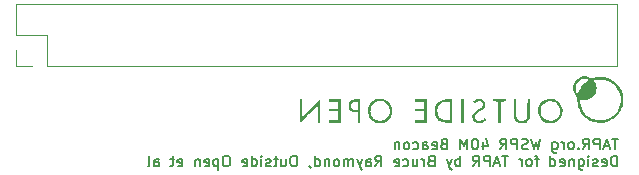
<source format=gbr>
%TF.GenerationSoftware,KiCad,Pcbnew,(6.0.1)*%
%TF.CreationDate,2022-10-10T15:56:49-07:00*%
%TF.ProjectId,WSPR40,57535052-3430-42e6-9b69-6361645f7063,rev?*%
%TF.SameCoordinates,Original*%
%TF.FileFunction,Legend,Bot*%
%TF.FilePolarity,Positive*%
%FSLAX46Y46*%
G04 Gerber Fmt 4.6, Leading zero omitted, Abs format (unit mm)*
G04 Created by KiCad (PCBNEW (6.0.1)) date 2022-10-10 15:56:49*
%MOMM*%
%LPD*%
G01*
G04 APERTURE LIST*
%ADD10C,0.150000*%
%ADD11C,0.120000*%
G04 APERTURE END LIST*
D10*
X108066785Y-62282642D02*
X107552500Y-62282642D01*
X107809642Y-63182642D02*
X107809642Y-62282642D01*
X107295357Y-62925500D02*
X106866785Y-62925500D01*
X107381071Y-63182642D02*
X107081071Y-62282642D01*
X106781071Y-63182642D01*
X106481071Y-63182642D02*
X106481071Y-62282642D01*
X106138214Y-62282642D01*
X106052500Y-62325500D01*
X106009642Y-62368357D01*
X105966785Y-62454071D01*
X105966785Y-62582642D01*
X106009642Y-62668357D01*
X106052500Y-62711214D01*
X106138214Y-62754071D01*
X106481071Y-62754071D01*
X105066785Y-63182642D02*
X105366785Y-62754071D01*
X105581071Y-63182642D02*
X105581071Y-62282642D01*
X105238214Y-62282642D01*
X105152500Y-62325500D01*
X105109642Y-62368357D01*
X105066785Y-62454071D01*
X105066785Y-62582642D01*
X105109642Y-62668357D01*
X105152500Y-62711214D01*
X105238214Y-62754071D01*
X105581071Y-62754071D01*
X104681071Y-63096928D02*
X104638214Y-63139785D01*
X104681071Y-63182642D01*
X104723928Y-63139785D01*
X104681071Y-63096928D01*
X104681071Y-63182642D01*
X104123928Y-63182642D02*
X104209642Y-63139785D01*
X104252500Y-63096928D01*
X104295357Y-63011214D01*
X104295357Y-62754071D01*
X104252500Y-62668357D01*
X104209642Y-62625500D01*
X104123928Y-62582642D01*
X103995357Y-62582642D01*
X103909642Y-62625500D01*
X103866785Y-62668357D01*
X103823928Y-62754071D01*
X103823928Y-63011214D01*
X103866785Y-63096928D01*
X103909642Y-63139785D01*
X103995357Y-63182642D01*
X104123928Y-63182642D01*
X103438214Y-63182642D02*
X103438214Y-62582642D01*
X103438214Y-62754071D02*
X103395357Y-62668357D01*
X103352500Y-62625500D01*
X103266785Y-62582642D01*
X103181071Y-62582642D01*
X102495357Y-62582642D02*
X102495357Y-63311214D01*
X102538214Y-63396928D01*
X102581071Y-63439785D01*
X102666785Y-63482642D01*
X102795357Y-63482642D01*
X102881071Y-63439785D01*
X102495357Y-63139785D02*
X102581071Y-63182642D01*
X102752500Y-63182642D01*
X102838214Y-63139785D01*
X102881071Y-63096928D01*
X102923928Y-63011214D01*
X102923928Y-62754071D01*
X102881071Y-62668357D01*
X102838214Y-62625500D01*
X102752500Y-62582642D01*
X102581071Y-62582642D01*
X102495357Y-62625500D01*
X101466785Y-62282642D02*
X101252500Y-63182642D01*
X101081071Y-62539785D01*
X100909642Y-63182642D01*
X100695357Y-62282642D01*
X100395357Y-63139785D02*
X100266785Y-63182642D01*
X100052500Y-63182642D01*
X99966785Y-63139785D01*
X99923928Y-63096928D01*
X99881071Y-63011214D01*
X99881071Y-62925500D01*
X99923928Y-62839785D01*
X99966785Y-62796928D01*
X100052500Y-62754071D01*
X100223928Y-62711214D01*
X100309642Y-62668357D01*
X100352500Y-62625500D01*
X100395357Y-62539785D01*
X100395357Y-62454071D01*
X100352500Y-62368357D01*
X100309642Y-62325500D01*
X100223928Y-62282642D01*
X100009642Y-62282642D01*
X99881071Y-62325500D01*
X99495357Y-63182642D02*
X99495357Y-62282642D01*
X99152500Y-62282642D01*
X99066785Y-62325500D01*
X99023928Y-62368357D01*
X98981071Y-62454071D01*
X98981071Y-62582642D01*
X99023928Y-62668357D01*
X99066785Y-62711214D01*
X99152500Y-62754071D01*
X99495357Y-62754071D01*
X98081071Y-63182642D02*
X98381071Y-62754071D01*
X98595357Y-63182642D02*
X98595357Y-62282642D01*
X98252500Y-62282642D01*
X98166785Y-62325500D01*
X98123928Y-62368357D01*
X98081071Y-62454071D01*
X98081071Y-62582642D01*
X98123928Y-62668357D01*
X98166785Y-62711214D01*
X98252500Y-62754071D01*
X98595357Y-62754071D01*
X96623928Y-62582642D02*
X96623928Y-63182642D01*
X96838214Y-62239785D02*
X97052500Y-62882642D01*
X96495357Y-62882642D01*
X95981071Y-62282642D02*
X95895357Y-62282642D01*
X95809642Y-62325500D01*
X95766785Y-62368357D01*
X95723928Y-62454071D01*
X95681071Y-62625500D01*
X95681071Y-62839785D01*
X95723928Y-63011214D01*
X95766785Y-63096928D01*
X95809642Y-63139785D01*
X95895357Y-63182642D01*
X95981071Y-63182642D01*
X96066785Y-63139785D01*
X96109642Y-63096928D01*
X96152500Y-63011214D01*
X96195357Y-62839785D01*
X96195357Y-62625500D01*
X96152500Y-62454071D01*
X96109642Y-62368357D01*
X96066785Y-62325500D01*
X95981071Y-62282642D01*
X95295357Y-63182642D02*
X95295357Y-62282642D01*
X94995357Y-62925500D01*
X94695357Y-62282642D01*
X94695357Y-63182642D01*
X93281071Y-62711214D02*
X93152500Y-62754071D01*
X93109642Y-62796928D01*
X93066785Y-62882642D01*
X93066785Y-63011214D01*
X93109642Y-63096928D01*
X93152500Y-63139785D01*
X93238214Y-63182642D01*
X93581071Y-63182642D01*
X93581071Y-62282642D01*
X93281071Y-62282642D01*
X93195357Y-62325500D01*
X93152500Y-62368357D01*
X93109642Y-62454071D01*
X93109642Y-62539785D01*
X93152500Y-62625500D01*
X93195357Y-62668357D01*
X93281071Y-62711214D01*
X93581071Y-62711214D01*
X92338214Y-63139785D02*
X92423928Y-63182642D01*
X92595357Y-63182642D01*
X92681071Y-63139785D01*
X92723928Y-63054071D01*
X92723928Y-62711214D01*
X92681071Y-62625500D01*
X92595357Y-62582642D01*
X92423928Y-62582642D01*
X92338214Y-62625500D01*
X92295357Y-62711214D01*
X92295357Y-62796928D01*
X92723928Y-62882642D01*
X91523928Y-63182642D02*
X91523928Y-62711214D01*
X91566785Y-62625500D01*
X91652500Y-62582642D01*
X91823928Y-62582642D01*
X91909642Y-62625500D01*
X91523928Y-63139785D02*
X91609642Y-63182642D01*
X91823928Y-63182642D01*
X91909642Y-63139785D01*
X91952500Y-63054071D01*
X91952500Y-62968357D01*
X91909642Y-62882642D01*
X91823928Y-62839785D01*
X91609642Y-62839785D01*
X91523928Y-62796928D01*
X90709642Y-63139785D02*
X90795357Y-63182642D01*
X90966785Y-63182642D01*
X91052500Y-63139785D01*
X91095357Y-63096928D01*
X91138214Y-63011214D01*
X91138214Y-62754071D01*
X91095357Y-62668357D01*
X91052500Y-62625500D01*
X90966785Y-62582642D01*
X90795357Y-62582642D01*
X90709642Y-62625500D01*
X90195357Y-63182642D02*
X90281071Y-63139785D01*
X90323928Y-63096928D01*
X90366785Y-63011214D01*
X90366785Y-62754071D01*
X90323928Y-62668357D01*
X90281071Y-62625500D01*
X90195357Y-62582642D01*
X90066785Y-62582642D01*
X89981071Y-62625500D01*
X89938214Y-62668357D01*
X89895357Y-62754071D01*
X89895357Y-63011214D01*
X89938214Y-63096928D01*
X89981071Y-63139785D01*
X90066785Y-63182642D01*
X90195357Y-63182642D01*
X89509642Y-62582642D02*
X89509642Y-63182642D01*
X89509642Y-62668357D02*
X89466785Y-62625500D01*
X89381071Y-62582642D01*
X89252500Y-62582642D01*
X89166785Y-62625500D01*
X89123928Y-62711214D01*
X89123928Y-63182642D01*
X107938214Y-64631642D02*
X107938214Y-63731642D01*
X107723928Y-63731642D01*
X107595357Y-63774500D01*
X107509642Y-63860214D01*
X107466785Y-63945928D01*
X107423928Y-64117357D01*
X107423928Y-64245928D01*
X107466785Y-64417357D01*
X107509642Y-64503071D01*
X107595357Y-64588785D01*
X107723928Y-64631642D01*
X107938214Y-64631642D01*
X106695357Y-64588785D02*
X106781071Y-64631642D01*
X106952500Y-64631642D01*
X107038214Y-64588785D01*
X107081071Y-64503071D01*
X107081071Y-64160214D01*
X107038214Y-64074500D01*
X106952500Y-64031642D01*
X106781071Y-64031642D01*
X106695357Y-64074500D01*
X106652500Y-64160214D01*
X106652500Y-64245928D01*
X107081071Y-64331642D01*
X106309642Y-64588785D02*
X106223928Y-64631642D01*
X106052500Y-64631642D01*
X105966785Y-64588785D01*
X105923928Y-64503071D01*
X105923928Y-64460214D01*
X105966785Y-64374500D01*
X106052500Y-64331642D01*
X106181071Y-64331642D01*
X106266785Y-64288785D01*
X106309642Y-64203071D01*
X106309642Y-64160214D01*
X106266785Y-64074500D01*
X106181071Y-64031642D01*
X106052500Y-64031642D01*
X105966785Y-64074500D01*
X105538214Y-64631642D02*
X105538214Y-64031642D01*
X105538214Y-63731642D02*
X105581071Y-63774500D01*
X105538214Y-63817357D01*
X105495357Y-63774500D01*
X105538214Y-63731642D01*
X105538214Y-63817357D01*
X104723928Y-64031642D02*
X104723928Y-64760214D01*
X104766785Y-64845928D01*
X104809642Y-64888785D01*
X104895357Y-64931642D01*
X105023928Y-64931642D01*
X105109642Y-64888785D01*
X104723928Y-64588785D02*
X104809642Y-64631642D01*
X104981071Y-64631642D01*
X105066785Y-64588785D01*
X105109642Y-64545928D01*
X105152500Y-64460214D01*
X105152500Y-64203071D01*
X105109642Y-64117357D01*
X105066785Y-64074500D01*
X104981071Y-64031642D01*
X104809642Y-64031642D01*
X104723928Y-64074500D01*
X104295357Y-64031642D02*
X104295357Y-64631642D01*
X104295357Y-64117357D02*
X104252500Y-64074500D01*
X104166785Y-64031642D01*
X104038214Y-64031642D01*
X103952500Y-64074500D01*
X103909642Y-64160214D01*
X103909642Y-64631642D01*
X103138214Y-64588785D02*
X103223928Y-64631642D01*
X103395357Y-64631642D01*
X103481071Y-64588785D01*
X103523928Y-64503071D01*
X103523928Y-64160214D01*
X103481071Y-64074500D01*
X103395357Y-64031642D01*
X103223928Y-64031642D01*
X103138214Y-64074500D01*
X103095357Y-64160214D01*
X103095357Y-64245928D01*
X103523928Y-64331642D01*
X102323928Y-64631642D02*
X102323928Y-63731642D01*
X102323928Y-64588785D02*
X102409642Y-64631642D01*
X102581071Y-64631642D01*
X102666785Y-64588785D01*
X102709642Y-64545928D01*
X102752500Y-64460214D01*
X102752500Y-64203071D01*
X102709642Y-64117357D01*
X102666785Y-64074500D01*
X102581071Y-64031642D01*
X102409642Y-64031642D01*
X102323928Y-64074500D01*
X101338214Y-64031642D02*
X100995357Y-64031642D01*
X101209642Y-64631642D02*
X101209642Y-63860214D01*
X101166785Y-63774500D01*
X101081071Y-63731642D01*
X100995357Y-63731642D01*
X100566785Y-64631642D02*
X100652500Y-64588785D01*
X100695357Y-64545928D01*
X100738214Y-64460214D01*
X100738214Y-64203071D01*
X100695357Y-64117357D01*
X100652500Y-64074500D01*
X100566785Y-64031642D01*
X100438214Y-64031642D01*
X100352500Y-64074500D01*
X100309642Y-64117357D01*
X100266785Y-64203071D01*
X100266785Y-64460214D01*
X100309642Y-64545928D01*
X100352500Y-64588785D01*
X100438214Y-64631642D01*
X100566785Y-64631642D01*
X99881071Y-64631642D02*
X99881071Y-64031642D01*
X99881071Y-64203071D02*
X99838214Y-64117357D01*
X99795357Y-64074500D01*
X99709642Y-64031642D01*
X99623928Y-64031642D01*
X98766785Y-63731642D02*
X98252500Y-63731642D01*
X98509642Y-64631642D02*
X98509642Y-63731642D01*
X97995357Y-64374500D02*
X97566785Y-64374500D01*
X98081071Y-64631642D02*
X97781071Y-63731642D01*
X97481071Y-64631642D01*
X97181071Y-64631642D02*
X97181071Y-63731642D01*
X96838214Y-63731642D01*
X96752500Y-63774500D01*
X96709642Y-63817357D01*
X96666785Y-63903071D01*
X96666785Y-64031642D01*
X96709642Y-64117357D01*
X96752500Y-64160214D01*
X96838214Y-64203071D01*
X97181071Y-64203071D01*
X95766785Y-64631642D02*
X96066785Y-64203071D01*
X96281071Y-64631642D02*
X96281071Y-63731642D01*
X95938214Y-63731642D01*
X95852500Y-63774500D01*
X95809642Y-63817357D01*
X95766785Y-63903071D01*
X95766785Y-64031642D01*
X95809642Y-64117357D01*
X95852500Y-64160214D01*
X95938214Y-64203071D01*
X96281071Y-64203071D01*
X94695357Y-64631642D02*
X94695357Y-63731642D01*
X94695357Y-64074500D02*
X94609642Y-64031642D01*
X94438214Y-64031642D01*
X94352499Y-64074500D01*
X94309642Y-64117357D01*
X94266785Y-64203071D01*
X94266785Y-64460214D01*
X94309642Y-64545928D01*
X94352499Y-64588785D01*
X94438214Y-64631642D01*
X94609642Y-64631642D01*
X94695357Y-64588785D01*
X93966785Y-64031642D02*
X93752500Y-64631642D01*
X93538214Y-64031642D02*
X93752500Y-64631642D01*
X93838214Y-64845928D01*
X93881071Y-64888785D01*
X93966785Y-64931642D01*
X92209642Y-64160214D02*
X92081071Y-64203071D01*
X92038214Y-64245928D01*
X91995357Y-64331642D01*
X91995357Y-64460214D01*
X92038214Y-64545928D01*
X92081071Y-64588785D01*
X92166785Y-64631642D01*
X92509642Y-64631642D01*
X92509642Y-63731642D01*
X92209642Y-63731642D01*
X92123928Y-63774500D01*
X92081071Y-63817357D01*
X92038214Y-63903071D01*
X92038214Y-63988785D01*
X92081071Y-64074500D01*
X92123928Y-64117357D01*
X92209642Y-64160214D01*
X92509642Y-64160214D01*
X91609642Y-64631642D02*
X91609642Y-64031642D01*
X91609642Y-64203071D02*
X91566785Y-64117357D01*
X91523928Y-64074500D01*
X91438214Y-64031642D01*
X91352499Y-64031642D01*
X90666785Y-64031642D02*
X90666785Y-64631642D01*
X91052499Y-64031642D02*
X91052499Y-64503071D01*
X91009642Y-64588785D01*
X90923928Y-64631642D01*
X90795357Y-64631642D01*
X90709642Y-64588785D01*
X90666785Y-64545928D01*
X89852499Y-64588785D02*
X89938214Y-64631642D01*
X90109642Y-64631642D01*
X90195357Y-64588785D01*
X90238214Y-64545928D01*
X90281071Y-64460214D01*
X90281071Y-64203071D01*
X90238214Y-64117357D01*
X90195357Y-64074500D01*
X90109642Y-64031642D01*
X89938214Y-64031642D01*
X89852499Y-64074500D01*
X89123928Y-64588785D02*
X89209642Y-64631642D01*
X89381071Y-64631642D01*
X89466785Y-64588785D01*
X89509642Y-64503071D01*
X89509642Y-64160214D01*
X89466785Y-64074500D01*
X89381071Y-64031642D01*
X89209642Y-64031642D01*
X89123928Y-64074500D01*
X89081071Y-64160214D01*
X89081071Y-64245928D01*
X89509642Y-64331642D01*
X87495357Y-64631642D02*
X87795357Y-64203071D01*
X88009642Y-64631642D02*
X88009642Y-63731642D01*
X87666785Y-63731642D01*
X87581071Y-63774500D01*
X87538214Y-63817357D01*
X87495357Y-63903071D01*
X87495357Y-64031642D01*
X87538214Y-64117357D01*
X87581071Y-64160214D01*
X87666785Y-64203071D01*
X88009642Y-64203071D01*
X86723928Y-64631642D02*
X86723928Y-64160214D01*
X86766785Y-64074500D01*
X86852499Y-64031642D01*
X87023928Y-64031642D01*
X87109642Y-64074500D01*
X86723928Y-64588785D02*
X86809642Y-64631642D01*
X87023928Y-64631642D01*
X87109642Y-64588785D01*
X87152499Y-64503071D01*
X87152499Y-64417357D01*
X87109642Y-64331642D01*
X87023928Y-64288785D01*
X86809642Y-64288785D01*
X86723928Y-64245928D01*
X86381071Y-64031642D02*
X86166785Y-64631642D01*
X85952499Y-64031642D02*
X86166785Y-64631642D01*
X86252499Y-64845928D01*
X86295357Y-64888785D01*
X86381071Y-64931642D01*
X85609642Y-64631642D02*
X85609642Y-64031642D01*
X85609642Y-64117357D02*
X85566785Y-64074500D01*
X85481071Y-64031642D01*
X85352499Y-64031642D01*
X85266785Y-64074500D01*
X85223928Y-64160214D01*
X85223928Y-64631642D01*
X85223928Y-64160214D02*
X85181071Y-64074500D01*
X85095357Y-64031642D01*
X84966785Y-64031642D01*
X84881071Y-64074500D01*
X84838214Y-64160214D01*
X84838214Y-64631642D01*
X84281071Y-64631642D02*
X84366785Y-64588785D01*
X84409642Y-64545928D01*
X84452499Y-64460214D01*
X84452499Y-64203071D01*
X84409642Y-64117357D01*
X84366785Y-64074500D01*
X84281071Y-64031642D01*
X84152499Y-64031642D01*
X84066785Y-64074500D01*
X84023928Y-64117357D01*
X83981071Y-64203071D01*
X83981071Y-64460214D01*
X84023928Y-64545928D01*
X84066785Y-64588785D01*
X84152499Y-64631642D01*
X84281071Y-64631642D01*
X83595357Y-64031642D02*
X83595357Y-64631642D01*
X83595357Y-64117357D02*
X83552499Y-64074500D01*
X83466785Y-64031642D01*
X83338214Y-64031642D01*
X83252499Y-64074500D01*
X83209642Y-64160214D01*
X83209642Y-64631642D01*
X82395357Y-64631642D02*
X82395357Y-63731642D01*
X82395357Y-64588785D02*
X82481071Y-64631642D01*
X82652499Y-64631642D01*
X82738214Y-64588785D01*
X82781071Y-64545928D01*
X82823928Y-64460214D01*
X82823928Y-64203071D01*
X82781071Y-64117357D01*
X82738214Y-64074500D01*
X82652499Y-64031642D01*
X82481071Y-64031642D01*
X82395357Y-64074500D01*
X81923928Y-64588785D02*
X81923928Y-64631642D01*
X81966785Y-64717357D01*
X82009642Y-64760214D01*
X80681071Y-63731642D02*
X80509642Y-63731642D01*
X80423928Y-63774500D01*
X80338214Y-63860214D01*
X80295357Y-64031642D01*
X80295357Y-64331642D01*
X80338214Y-64503071D01*
X80423928Y-64588785D01*
X80509642Y-64631642D01*
X80681071Y-64631642D01*
X80766785Y-64588785D01*
X80852499Y-64503071D01*
X80895357Y-64331642D01*
X80895357Y-64031642D01*
X80852499Y-63860214D01*
X80766785Y-63774500D01*
X80681071Y-63731642D01*
X79523928Y-64031642D02*
X79523928Y-64631642D01*
X79909642Y-64031642D02*
X79909642Y-64503071D01*
X79866785Y-64588785D01*
X79781071Y-64631642D01*
X79652499Y-64631642D01*
X79566785Y-64588785D01*
X79523928Y-64545928D01*
X79223928Y-64031642D02*
X78881071Y-64031642D01*
X79095357Y-63731642D02*
X79095357Y-64503071D01*
X79052499Y-64588785D01*
X78966785Y-64631642D01*
X78881071Y-64631642D01*
X78623928Y-64588785D02*
X78538214Y-64631642D01*
X78366785Y-64631642D01*
X78281071Y-64588785D01*
X78238214Y-64503071D01*
X78238214Y-64460214D01*
X78281071Y-64374500D01*
X78366785Y-64331642D01*
X78495357Y-64331642D01*
X78581071Y-64288785D01*
X78623928Y-64203071D01*
X78623928Y-64160214D01*
X78581071Y-64074500D01*
X78495357Y-64031642D01*
X78366785Y-64031642D01*
X78281071Y-64074500D01*
X77852499Y-64631642D02*
X77852499Y-64031642D01*
X77852499Y-63731642D02*
X77895357Y-63774500D01*
X77852499Y-63817357D01*
X77809642Y-63774500D01*
X77852499Y-63731642D01*
X77852499Y-63817357D01*
X77038214Y-64631642D02*
X77038214Y-63731642D01*
X77038214Y-64588785D02*
X77123928Y-64631642D01*
X77295357Y-64631642D01*
X77381071Y-64588785D01*
X77423928Y-64545928D01*
X77466785Y-64460214D01*
X77466785Y-64203071D01*
X77423928Y-64117357D01*
X77381071Y-64074500D01*
X77295357Y-64031642D01*
X77123928Y-64031642D01*
X77038214Y-64074500D01*
X76266785Y-64588785D02*
X76352499Y-64631642D01*
X76523928Y-64631642D01*
X76609642Y-64588785D01*
X76652499Y-64503071D01*
X76652499Y-64160214D01*
X76609642Y-64074500D01*
X76523928Y-64031642D01*
X76352499Y-64031642D01*
X76266785Y-64074500D01*
X76223928Y-64160214D01*
X76223928Y-64245928D01*
X76652499Y-64331642D01*
X74981071Y-63731642D02*
X74809642Y-63731642D01*
X74723928Y-63774500D01*
X74638214Y-63860214D01*
X74595357Y-64031642D01*
X74595357Y-64331642D01*
X74638214Y-64503071D01*
X74723928Y-64588785D01*
X74809642Y-64631642D01*
X74981071Y-64631642D01*
X75066785Y-64588785D01*
X75152499Y-64503071D01*
X75195357Y-64331642D01*
X75195357Y-64031642D01*
X75152499Y-63860214D01*
X75066785Y-63774500D01*
X74981071Y-63731642D01*
X74209642Y-64031642D02*
X74209642Y-64931642D01*
X74209642Y-64074500D02*
X74123928Y-64031642D01*
X73952499Y-64031642D01*
X73866785Y-64074500D01*
X73823928Y-64117357D01*
X73781071Y-64203071D01*
X73781071Y-64460214D01*
X73823928Y-64545928D01*
X73866785Y-64588785D01*
X73952499Y-64631642D01*
X74123928Y-64631642D01*
X74209642Y-64588785D01*
X73052499Y-64588785D02*
X73138214Y-64631642D01*
X73309642Y-64631642D01*
X73395357Y-64588785D01*
X73438214Y-64503071D01*
X73438214Y-64160214D01*
X73395357Y-64074500D01*
X73309642Y-64031642D01*
X73138214Y-64031642D01*
X73052499Y-64074500D01*
X73009642Y-64160214D01*
X73009642Y-64245928D01*
X73438214Y-64331642D01*
X72623928Y-64031642D02*
X72623928Y-64631642D01*
X72623928Y-64117357D02*
X72581071Y-64074500D01*
X72495357Y-64031642D01*
X72366785Y-64031642D01*
X72281071Y-64074500D01*
X72238214Y-64160214D01*
X72238214Y-64631642D01*
X70781071Y-64588785D02*
X70866785Y-64631642D01*
X71038214Y-64631642D01*
X71123928Y-64588785D01*
X71166785Y-64503071D01*
X71166785Y-64160214D01*
X71123928Y-64074500D01*
X71038214Y-64031642D01*
X70866785Y-64031642D01*
X70781071Y-64074500D01*
X70738214Y-64160214D01*
X70738214Y-64245928D01*
X71166785Y-64331642D01*
X70481071Y-64031642D02*
X70138214Y-64031642D01*
X70352499Y-63731642D02*
X70352499Y-64503071D01*
X70309642Y-64588785D01*
X70223928Y-64631642D01*
X70138214Y-64631642D01*
X68766785Y-64631642D02*
X68766785Y-64160214D01*
X68809642Y-64074500D01*
X68895357Y-64031642D01*
X69066785Y-64031642D01*
X69152499Y-64074500D01*
X68766785Y-64588785D02*
X68852499Y-64631642D01*
X69066785Y-64631642D01*
X69152499Y-64588785D01*
X69195357Y-64503071D01*
X69195357Y-64417357D01*
X69152499Y-64331642D01*
X69066785Y-64288785D01*
X68852499Y-64288785D01*
X68766785Y-64245928D01*
X68209642Y-64631642D02*
X68295357Y-64588785D01*
X68338214Y-64503071D01*
X68338214Y-63731642D01*
%TO.C,G\u002A\u002A\u002A*%
G36*
X82837322Y-59921602D02*
G01*
X82838423Y-60939094D01*
X82625336Y-60939094D01*
X82623376Y-59415520D01*
X81864883Y-60187961D01*
X81823236Y-60230362D01*
X81677938Y-60378104D01*
X81542604Y-60515428D01*
X81420073Y-60639474D01*
X81313181Y-60747380D01*
X81224766Y-60836286D01*
X81157664Y-60903333D01*
X81114713Y-60945658D01*
X81098749Y-60960402D01*
X81098730Y-60960399D01*
X81097198Y-60939276D01*
X81095770Y-60879724D01*
X81094475Y-60785880D01*
X81093346Y-60661881D01*
X81092414Y-60511863D01*
X81091709Y-60339964D01*
X81091263Y-60150321D01*
X81091108Y-59947070D01*
X81091108Y-58933738D01*
X81192324Y-58940233D01*
X81293541Y-58946728D01*
X81299144Y-59701193D01*
X81304748Y-60455658D01*
X82836220Y-58904110D01*
X82837322Y-59921602D01*
G37*
G36*
X103312665Y-60241250D02*
G01*
X103236483Y-60426539D01*
X103125791Y-60592370D01*
X102984280Y-60734480D01*
X102815644Y-60848605D01*
X102623574Y-60930481D01*
X102565037Y-60943284D01*
X102463635Y-60953761D01*
X102344918Y-60957744D01*
X102222774Y-60955227D01*
X102111085Y-60946207D01*
X102023738Y-60930678D01*
X101982698Y-60918791D01*
X101803433Y-60841997D01*
X101647536Y-60734224D01*
X101516782Y-60600403D01*
X101412945Y-60445467D01*
X101337800Y-60274345D01*
X101293120Y-60091970D01*
X101285554Y-59977220D01*
X101499228Y-59977220D01*
X101509781Y-60107366D01*
X101535095Y-60214597D01*
X101552951Y-60259505D01*
X101641870Y-60416652D01*
X101760628Y-60551417D01*
X101902756Y-60657487D01*
X102061784Y-60728550D01*
X102109001Y-60741885D01*
X102294737Y-60768580D01*
X102475922Y-60754996D01*
X102647524Y-60702519D01*
X102804505Y-60612535D01*
X102941833Y-60486427D01*
X102955048Y-60471085D01*
X103038707Y-60355498D01*
X103093429Y-60235861D01*
X103123281Y-60100461D01*
X103132328Y-59937584D01*
X103131430Y-59880499D01*
X103116237Y-59727456D01*
X103078937Y-59598264D01*
X103015220Y-59481247D01*
X102920772Y-59364727D01*
X102850609Y-59296198D01*
X102713725Y-59200674D01*
X102559401Y-59140460D01*
X102380634Y-59112282D01*
X102229928Y-59114305D01*
X102050059Y-59151917D01*
X101887329Y-59226387D01*
X101745780Y-59335145D01*
X101629452Y-59475621D01*
X101542388Y-59645245D01*
X101521537Y-59716118D01*
X101503220Y-59841143D01*
X101499228Y-59977220D01*
X101285554Y-59977220D01*
X101280679Y-59903274D01*
X101302252Y-59713187D01*
X101359613Y-59526641D01*
X101454536Y-59348567D01*
X101559179Y-59220665D01*
X101708440Y-59095700D01*
X101887139Y-58992878D01*
X101935077Y-58971284D01*
X101998271Y-58948263D01*
X102063908Y-58933623D01*
X102145381Y-58924675D01*
X102256079Y-58918725D01*
X102291750Y-58917509D01*
X102469572Y-58921490D01*
X102620773Y-58945405D01*
X102755874Y-58991661D01*
X102885398Y-59062665D01*
X103022536Y-59168397D01*
X103157618Y-59319175D01*
X103259336Y-59492162D01*
X103325663Y-59682774D01*
X103354569Y-59886427D01*
X103352026Y-59937584D01*
X103344024Y-60098538D01*
X103312665Y-60241250D01*
G37*
G36*
X88903710Y-60203943D02*
G01*
X88897953Y-60224585D01*
X88822673Y-60412486D01*
X88713781Y-60581135D01*
X88576194Y-60725278D01*
X88414829Y-60839659D01*
X88234603Y-60919024D01*
X88216884Y-60924372D01*
X88079975Y-60950057D01*
X87906471Y-60959256D01*
X87787729Y-60955568D01*
X87597273Y-60926006D01*
X87428332Y-60864431D01*
X87273745Y-60767852D01*
X87126349Y-60633276D01*
X87112388Y-60618267D01*
X87000582Y-60472290D01*
X86923949Y-60314566D01*
X86879882Y-60138116D01*
X86865885Y-59937584D01*
X87089514Y-59937584D01*
X87089566Y-59974349D01*
X87091013Y-60072601D01*
X87095855Y-60142964D01*
X87105963Y-60196750D01*
X87123211Y-60245269D01*
X87149469Y-60299832D01*
X87196152Y-60378799D01*
X87300448Y-60507992D01*
X87424342Y-60617677D01*
X87556077Y-60696390D01*
X87563358Y-60699603D01*
X87694043Y-60740287D01*
X87843106Y-60761635D01*
X87992578Y-60762246D01*
X88124492Y-60740717D01*
X88129095Y-60739401D01*
X88289336Y-60671728D01*
X88434914Y-60568667D01*
X88558380Y-60436686D01*
X88652287Y-60282255D01*
X88672186Y-60237512D01*
X88691455Y-60181387D01*
X88702599Y-60121264D01*
X88707735Y-60044284D01*
X88708977Y-59937584D01*
X88708378Y-59856687D01*
X88704537Y-59772919D01*
X88695265Y-59709491D01*
X88678436Y-59653518D01*
X88651921Y-59592112D01*
X88556716Y-59428946D01*
X88436281Y-59296738D01*
X88291982Y-59199481D01*
X88122987Y-59136460D01*
X88073928Y-59125414D01*
X87886480Y-59108865D01*
X87705630Y-59131975D01*
X87536440Y-59192459D01*
X87383975Y-59288035D01*
X87253297Y-59416422D01*
X87149469Y-59575335D01*
X87140498Y-59593083D01*
X87117152Y-59644635D01*
X87102252Y-59693550D01*
X87093927Y-59751139D01*
X87090305Y-59828713D01*
X87089514Y-59937584D01*
X86865885Y-59937584D01*
X86865772Y-59935960D01*
X86865806Y-59926600D01*
X86886559Y-59712078D01*
X86944813Y-59516030D01*
X87039419Y-59340608D01*
X87169228Y-59187963D01*
X87333094Y-59060246D01*
X87401372Y-59021690D01*
X87570357Y-58956964D01*
X87755579Y-58920961D01*
X87947467Y-58913654D01*
X88136451Y-58935013D01*
X88312962Y-58985010D01*
X88467430Y-59063617D01*
X88508809Y-59093149D01*
X88622224Y-59192612D01*
X88728076Y-59309290D01*
X88810575Y-59426486D01*
X88863518Y-59540501D01*
X88908012Y-59700447D01*
X88930635Y-59873459D01*
X88930305Y-59937584D01*
X88929748Y-60045852D01*
X88903710Y-60203943D01*
G37*
G36*
X100584249Y-59717961D02*
G01*
X100583788Y-59774907D01*
X100582102Y-59968364D01*
X100580336Y-60125049D01*
X100578200Y-60249596D01*
X100575406Y-60346644D01*
X100571666Y-60420829D01*
X100566692Y-60476788D01*
X100560194Y-60519158D01*
X100551884Y-60552574D01*
X100541474Y-60581675D01*
X100528675Y-60611097D01*
X100449636Y-60739667D01*
X100341681Y-60845433D01*
X100214156Y-60918543D01*
X100193567Y-60926436D01*
X100136456Y-60943232D01*
X100072113Y-60952714D01*
X99988792Y-60956134D01*
X99874749Y-60954746D01*
X99865625Y-60954511D01*
X99761276Y-60950742D01*
X99686906Y-60944321D01*
X99630741Y-60932923D01*
X99581004Y-60914224D01*
X99525919Y-60885899D01*
X99469144Y-60851561D01*
X99383291Y-60778996D01*
X99317365Y-60686641D01*
X99262044Y-60563092D01*
X99252682Y-60537049D01*
X99242127Y-60502664D01*
X99233781Y-60464845D01*
X99227378Y-60418694D01*
X99222654Y-60359313D01*
X99219343Y-60281804D01*
X99217179Y-60181270D01*
X99215900Y-60052812D01*
X99215238Y-59891532D01*
X99214929Y-59692533D01*
X99214178Y-58946728D01*
X99313910Y-58940294D01*
X99413641Y-58933860D01*
X99420453Y-59675445D01*
X99421616Y-59798029D01*
X99423560Y-59973476D01*
X99425736Y-60113866D01*
X99428436Y-60223946D01*
X99431951Y-60308459D01*
X99436574Y-60372152D01*
X99442595Y-60419769D01*
X99450306Y-60456057D01*
X99460000Y-60485759D01*
X99471967Y-60513623D01*
X99537343Y-60618281D01*
X99634209Y-60701785D01*
X99757237Y-60751764D01*
X99906712Y-60768386D01*
X100008879Y-60760705D01*
X100141825Y-60721370D01*
X100249192Y-60649895D01*
X100328324Y-60547671D01*
X100337535Y-60527243D01*
X100345721Y-60498003D01*
X100352428Y-60456836D01*
X100357904Y-60399357D01*
X100362397Y-60321182D01*
X100366156Y-60217928D01*
X100369427Y-60085209D01*
X100372461Y-59918642D01*
X100375504Y-59713842D01*
X100386158Y-58946728D01*
X100590562Y-58933658D01*
X100584249Y-59717961D01*
G37*
G36*
X86013423Y-60939094D02*
G01*
X86013423Y-60050038D01*
X85826000Y-60039352D01*
X85769138Y-60034873D01*
X85595822Y-60002218D01*
X85455289Y-59943050D01*
X85347980Y-59857804D01*
X85274335Y-59746917D01*
X85234796Y-59610823D01*
X85231269Y-59497202D01*
X85438088Y-59497202D01*
X85438271Y-59511747D01*
X85457642Y-59632699D01*
X85508606Y-59725798D01*
X85590721Y-59790194D01*
X85630341Y-59806472D01*
X85726593Y-59830554D01*
X85843493Y-59845561D01*
X86013423Y-59858665D01*
X86013423Y-59143685D01*
X85846065Y-59153373D01*
X85835832Y-59154009D01*
X85688390Y-59175641D01*
X85576490Y-59219432D01*
X85498536Y-59286726D01*
X85452934Y-59378868D01*
X85438088Y-59497202D01*
X85231269Y-59497202D01*
X85229803Y-59449960D01*
X85250976Y-59313348D01*
X85295308Y-59200735D01*
X85365647Y-59111124D01*
X85464912Y-59042499D01*
X85596026Y-58992847D01*
X85761908Y-58960151D01*
X85965478Y-58942397D01*
X86226510Y-58929597D01*
X86226510Y-60939094D01*
X86013423Y-60939094D01*
G37*
G36*
X93700546Y-60932076D02*
G01*
X93665513Y-60930509D01*
X93461623Y-60916183D01*
X93291906Y-60893143D01*
X93149465Y-60859371D01*
X93027403Y-60812848D01*
X92918823Y-60751556D01*
X92816829Y-60673477D01*
X92813617Y-60670678D01*
X92723277Y-60567438D01*
X92647072Y-60433226D01*
X92589791Y-60278341D01*
X92556223Y-60113084D01*
X92549419Y-60045286D01*
X92548768Y-59893721D01*
X92761838Y-59893721D01*
X92770444Y-60092607D01*
X92776019Y-60132457D01*
X92819794Y-60302802D01*
X92893006Y-60442648D01*
X92996857Y-60553356D01*
X93132553Y-60636286D01*
X93301295Y-60692800D01*
X93312071Y-60695220D01*
X93406550Y-60710555D01*
X93518504Y-60721454D01*
X93625965Y-60725691D01*
X93812416Y-60726006D01*
X93812416Y-59143798D01*
X93572693Y-59154127D01*
X93465942Y-59161004D01*
X93315847Y-59182544D01*
X93192001Y-59219454D01*
X93084965Y-59274916D01*
X92985301Y-59352112D01*
X92924530Y-59415912D01*
X92840131Y-59551065D01*
X92785483Y-59711771D01*
X92761838Y-59893721D01*
X92548768Y-59893721D01*
X92548456Y-59821155D01*
X92582509Y-59619249D01*
X92650764Y-59440887D01*
X92752408Y-59287386D01*
X92886628Y-59160064D01*
X93052611Y-59060239D01*
X93249545Y-58989230D01*
X93261113Y-58986403D01*
X93338678Y-58972980D01*
X93445261Y-58960443D01*
X93569628Y-58949951D01*
X93700546Y-58942664D01*
X94025504Y-58929468D01*
X94025504Y-60945699D01*
X93700546Y-60932076D01*
G37*
G36*
X96387704Y-58924277D02*
G01*
X96530086Y-58963263D01*
X96643820Y-59031846D01*
X96727110Y-59128392D01*
X96778158Y-59251272D01*
X96795170Y-59398854D01*
X96787604Y-59497777D01*
X96758534Y-59598766D01*
X96703857Y-59689512D01*
X96619580Y-59774910D01*
X96501709Y-59859857D01*
X96346250Y-59949249D01*
X96205722Y-60030501D01*
X96082169Y-60118037D01*
X95993699Y-60201383D01*
X95943547Y-60277899D01*
X95939610Y-60288411D01*
X95925360Y-60370192D01*
X95927952Y-60465924D01*
X95945642Y-60557288D01*
X95976686Y-60625966D01*
X95999343Y-60653466D01*
X96089358Y-60720371D01*
X96204396Y-60757805D01*
X96337970Y-60763303D01*
X96347774Y-60762453D01*
X96484151Y-60733907D01*
X96592437Y-60675223D01*
X96676418Y-60584398D01*
X96726245Y-60511071D01*
X96792905Y-60567161D01*
X96806579Y-60579306D01*
X96844382Y-60621474D01*
X96859564Y-60653259D01*
X96859341Y-60656919D01*
X96839366Y-60700263D01*
X96793538Y-60756307D01*
X96731084Y-60816115D01*
X96661231Y-60870748D01*
X96593205Y-60911269D01*
X96567607Y-60923042D01*
X96513629Y-60943007D01*
X96457331Y-60953797D01*
X96385326Y-60957329D01*
X96284228Y-60955520D01*
X96242092Y-60953771D01*
X96114333Y-60940727D01*
X96014553Y-60914229D01*
X95932002Y-60870518D01*
X95855931Y-60805840D01*
X95821401Y-60768615D01*
X95764073Y-60682966D01*
X95729890Y-60583198D01*
X95713415Y-60455964D01*
X95711134Y-60414091D01*
X95711842Y-60334152D01*
X95723407Y-60272047D01*
X95748259Y-60210659D01*
X95756256Y-60194918D01*
X95825038Y-60094802D01*
X95927009Y-59992431D01*
X96064943Y-59885336D01*
X96241611Y-59771044D01*
X96318797Y-59723002D01*
X96418626Y-59655148D01*
X96492614Y-59597149D01*
X96534606Y-59553572D01*
X96564607Y-59494255D01*
X96583340Y-59398413D01*
X96573950Y-59303118D01*
X96536355Y-59224033D01*
X96503735Y-59189442D01*
X96414308Y-59135055D01*
X96308592Y-59110657D01*
X96196307Y-59116349D01*
X96087171Y-59152230D01*
X95990904Y-59218401D01*
X95942048Y-59264299D01*
X95806552Y-59128803D01*
X95869593Y-59061714D01*
X95907060Y-59025508D01*
X96003420Y-58962327D01*
X96119072Y-58926741D01*
X96262920Y-58915441D01*
X96387704Y-58924277D01*
G37*
G36*
X84585739Y-60939094D02*
G01*
X83584228Y-60939094D01*
X83584228Y-60726006D01*
X84372651Y-60726006D01*
X84372651Y-59958892D01*
X83584228Y-59958892D01*
X83584228Y-59768075D01*
X83973113Y-59762267D01*
X84361997Y-59756459D01*
X84373821Y-59149161D01*
X83584228Y-59149161D01*
X83584228Y-58936073D01*
X84585739Y-58936073D01*
X84585739Y-60939094D01*
G37*
G36*
X98585571Y-59126410D02*
G01*
X98127433Y-59138506D01*
X98121875Y-60038800D01*
X98116316Y-60939094D01*
X97904154Y-60939094D01*
X97898596Y-60038800D01*
X97893037Y-59138506D01*
X97663968Y-59132458D01*
X97434900Y-59126410D01*
X97434900Y-58936073D01*
X98585571Y-58936073D01*
X98585571Y-59126410D01*
G37*
G36*
X108478125Y-59191803D02*
G01*
X108461188Y-59352305D01*
X108434434Y-59486619D01*
X108410345Y-59568912D01*
X108304270Y-59838117D01*
X108164284Y-60084208D01*
X107993172Y-60304757D01*
X107793716Y-60497338D01*
X107568700Y-60659523D01*
X107320907Y-60788888D01*
X107053120Y-60883005D01*
X106768121Y-60939447D01*
X106647876Y-60949249D01*
X106421162Y-60944422D01*
X106187449Y-60913504D01*
X105961726Y-60858823D01*
X105758981Y-60782707D01*
X105690467Y-60749948D01*
X105516405Y-60653154D01*
X105359347Y-60541630D01*
X105201758Y-60403442D01*
X105117239Y-60318483D01*
X104938833Y-60098698D01*
X104798467Y-59859782D01*
X104696079Y-59601597D01*
X104631610Y-59324004D01*
X104605000Y-59026864D01*
X104603206Y-58955367D01*
X104807672Y-58955367D01*
X104809411Y-59011798D01*
X104815839Y-59103336D01*
X104824072Y-59187498D01*
X104876854Y-59456597D01*
X104967654Y-59709887D01*
X105094788Y-59944083D01*
X105256570Y-60155902D01*
X105451317Y-60342059D01*
X105480100Y-60364560D01*
X105597525Y-60443340D01*
X105736933Y-60522220D01*
X105884635Y-60594365D01*
X106026943Y-60652937D01*
X106150168Y-60691099D01*
X106374672Y-60729151D01*
X106639844Y-60736184D01*
X106899087Y-60702366D01*
X107149284Y-60628656D01*
X107387323Y-60516017D01*
X107610087Y-60365409D01*
X107814462Y-60177792D01*
X107859431Y-60128356D01*
X108020897Y-59913076D01*
X108143847Y-59680287D01*
X108227542Y-59432048D01*
X108271243Y-59170417D01*
X108274211Y-58897454D01*
X108265094Y-58797251D01*
X108213379Y-58533290D01*
X108124314Y-58286107D01*
X108000291Y-58058538D01*
X107843701Y-57853422D01*
X107656936Y-57673596D01*
X107442389Y-57521896D01*
X107202451Y-57401161D01*
X106939514Y-57314228D01*
X106857177Y-57295105D01*
X106781492Y-57282698D01*
X106702284Y-57276761D01*
X106606572Y-57276338D01*
X106481376Y-57280471D01*
X106465528Y-57281169D01*
X106317409Y-57290765D01*
X106227405Y-57300797D01*
X106194739Y-57304438D01*
X106101808Y-57321424D01*
X106042904Y-57340958D01*
X106022316Y-57362277D01*
X106024675Y-57371424D01*
X106044045Y-57410431D01*
X106076577Y-57463445D01*
X106090312Y-57484985D01*
X106168092Y-57647757D01*
X106216450Y-57829063D01*
X106232955Y-58016049D01*
X106215173Y-58195863D01*
X106211847Y-58211298D01*
X106148617Y-58404102D01*
X106052748Y-58573986D01*
X105928692Y-58718594D01*
X105780899Y-58835567D01*
X105613821Y-58922547D01*
X105431908Y-58977177D01*
X105239614Y-58997098D01*
X105041388Y-58979954D01*
X104841683Y-58923385D01*
X104841151Y-58923180D01*
X104822486Y-58918412D01*
X104811678Y-58926690D01*
X104807672Y-58955367D01*
X104603206Y-58955367D01*
X104598991Y-58787369D01*
X104500898Y-58678266D01*
X104473710Y-58646736D01*
X104363280Y-58483910D01*
X104285580Y-58305299D01*
X104243555Y-58119306D01*
X104241330Y-57998490D01*
X104457430Y-57998490D01*
X104459192Y-58087883D01*
X104467556Y-58166089D01*
X104485953Y-58234805D01*
X104517781Y-58311667D01*
X104551518Y-58379232D01*
X104588646Y-58442043D01*
X104617900Y-58479710D01*
X104639114Y-58497865D01*
X104658099Y-58502638D01*
X104670299Y-58475509D01*
X104750942Y-58258147D01*
X104880322Y-58004111D01*
X105038136Y-57775253D01*
X105221354Y-57575839D01*
X105426947Y-57410133D01*
X105461755Y-57385956D01*
X105524934Y-57336418D01*
X105550067Y-57300797D01*
X105536088Y-57274338D01*
X105481931Y-57252286D01*
X105386529Y-57229885D01*
X105360133Y-57224936D01*
X105190964Y-57217061D01*
X105024692Y-57247659D01*
X104867734Y-57313355D01*
X104726504Y-57410774D01*
X104607420Y-57536542D01*
X104516895Y-57687285D01*
X104489411Y-57752503D01*
X104469410Y-57821271D01*
X104459866Y-57897422D01*
X104457430Y-57998490D01*
X104241330Y-57998490D01*
X104240148Y-57934331D01*
X104246953Y-57876946D01*
X104294680Y-57679113D01*
X104375078Y-57501785D01*
X104483903Y-57347378D01*
X104616912Y-57218310D01*
X104769861Y-57116998D01*
X104938505Y-57045858D01*
X105118600Y-57007308D01*
X105305904Y-57003765D01*
X105496171Y-57037646D01*
X105685157Y-57111367D01*
X105827445Y-57183259D01*
X106004788Y-57130326D01*
X106008321Y-57129279D01*
X106172424Y-57092825D01*
X106361114Y-57070206D01*
X106558823Y-57062078D01*
X106749980Y-57069093D01*
X106919017Y-57091906D01*
X107161498Y-57155919D01*
X107421957Y-57263685D01*
X107661248Y-57408141D01*
X107880876Y-57590065D01*
X108045465Y-57766523D01*
X108214144Y-58003225D01*
X108346706Y-58262461D01*
X108442816Y-58543662D01*
X108445328Y-58553391D01*
X108468845Y-58685908D01*
X108482071Y-58845331D01*
X108482991Y-58897454D01*
X108485125Y-59018387D01*
X108478125Y-59191803D01*
G37*
G36*
X91345931Y-58941008D02*
G01*
X91841359Y-58946728D01*
X91846914Y-59916275D01*
X91847703Y-60079690D01*
X91848229Y-60269495D01*
X91848287Y-60442996D01*
X91847896Y-60595808D01*
X91847077Y-60723546D01*
X91845850Y-60821823D01*
X91844236Y-60886256D01*
X91842256Y-60912458D01*
X91829049Y-60921230D01*
X91792928Y-60928223D01*
X91730052Y-60933295D01*
X91636459Y-60936657D01*
X91508187Y-60938519D01*
X91341273Y-60939094D01*
X90850504Y-60939094D01*
X90850504Y-60726006D01*
X91638926Y-60726006D01*
X91638926Y-59958892D01*
X90850504Y-59958892D01*
X90850504Y-59768075D01*
X91628272Y-59756459D01*
X91634184Y-59452810D01*
X91640097Y-59149161D01*
X90850504Y-59149161D01*
X90850504Y-58935288D01*
X91345931Y-58941008D01*
G37*
G36*
X94984396Y-60939094D02*
G01*
X94771309Y-60939094D01*
X94771309Y-58936073D01*
X94984396Y-58936073D01*
X94984396Y-60939094D01*
G37*
D11*
%TO.C,J2*%
X57070000Y-54790000D02*
X57070000Y-56120000D01*
X59670000Y-56120000D02*
X107990000Y-56120000D01*
X57070000Y-56120000D02*
X58400000Y-56120000D01*
X57070000Y-50920000D02*
X57070000Y-53520000D01*
X59670000Y-53520000D02*
X59670000Y-56120000D01*
X57070000Y-50920000D02*
X107990000Y-50920000D01*
X57070000Y-53520000D02*
X59670000Y-53520000D01*
X107990000Y-50920000D02*
X107990000Y-56120000D01*
%TD*%
M02*

</source>
